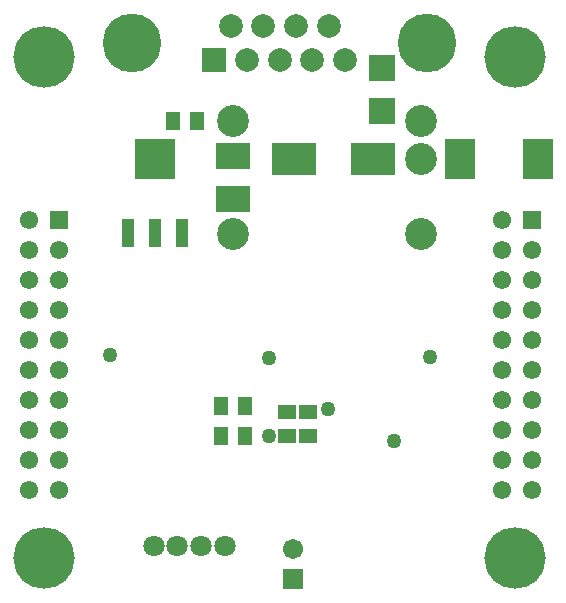
<source format=gbs>
%FSLAX25Y25*%
%MOIN*%
G70*
G01*
G75*
G04 Layer_Color=16711935*
%ADD10R,0.05118X0.03937*%
%ADD11R,0.04724X0.05512*%
%ADD12R,0.04724X0.05512*%
%ADD13R,0.02362X0.06102*%
%ADD14O,0.02362X0.06102*%
%ADD15R,0.03937X0.05118*%
%ADD16R,0.04724X0.05118*%
%ADD17R,0.00984X0.05709*%
%ADD18R,0.05709X0.00984*%
%ADD19O,0.05709X0.00984*%
%ADD20C,0.01000*%
%ADD21C,0.02000*%
%ADD22C,0.05000*%
%ADD23C,0.09843*%
%ADD24R,0.05906X0.05906*%
%ADD25C,0.05906*%
%ADD26C,0.07087*%
%ADD27R,0.07087X0.07087*%
%ADD28C,0.18740*%
%ADD29C,0.06299*%
%ADD30C,0.05315*%
%ADD31R,0.05315X0.05315*%
%ADD32C,0.05000*%
%ADD33C,0.19685*%
%ADD34R,0.10827X0.08071*%
%ADD35R,0.07717X0.08032*%
%ADD36R,0.03543X0.08465*%
%ADD37R,0.03543X0.08465*%
%ADD38R,0.12795X0.12402*%
%ADD39R,0.09449X0.12992*%
%ADD40R,0.13780X0.10236*%
%ADD41C,0.03500*%
%ADD42C,0.00787*%
%ADD43R,0.05918X0.04737*%
%ADD44R,0.05524X0.06312*%
%ADD45R,0.05524X0.06312*%
%ADD46R,0.03162X0.06902*%
%ADD47O,0.03162X0.06902*%
%ADD48R,0.04737X0.05918*%
%ADD49R,0.05524X0.05918*%
%ADD50R,0.01784X0.06509*%
%ADD51R,0.06509X0.01784*%
%ADD52O,0.06509X0.01784*%
%ADD53C,0.10642*%
%ADD54R,0.06706X0.06706*%
%ADD55C,0.06706*%
%ADD56C,0.07887*%
%ADD57R,0.07887X0.07887*%
%ADD58C,0.19540*%
%ADD59C,0.07099*%
%ADD60C,0.06115*%
%ADD61R,0.06115X0.06115*%
%ADD62C,0.20485*%
%ADD63R,0.11627X0.08871*%
%ADD64R,0.08517X0.08832*%
%ADD65R,0.04343X0.09265*%
%ADD66R,0.04343X0.09265*%
%ADD67R,0.13595X0.13202*%
%ADD68R,0.10249X0.13792*%
%ADD69R,0.14579X0.11036*%
D32*
X664000Y470000D02*
D03*
X717500Y470500D02*
D03*
X705500Y442500D02*
D03*
X611000Y471000D02*
D03*
X683500Y453000D02*
D03*
X664000Y444000D02*
D03*
D43*
X677000Y444063D02*
D03*
Y451937D02*
D03*
X670000Y444063D02*
D03*
Y451937D02*
D03*
D48*
X655937Y454000D02*
D03*
X648063D02*
D03*
X639937Y549000D02*
D03*
X632063D02*
D03*
X655937Y444000D02*
D03*
X648063D02*
D03*
D53*
X714500Y511500D02*
D03*
Y536500D02*
D03*
Y549020D02*
D03*
X651980Y549020D02*
D03*
Y511500D02*
D03*
D54*
X672000Y396500D02*
D03*
D55*
Y406500D02*
D03*
D56*
X689311Y569410D02*
D03*
X683858Y580591D02*
D03*
X678406Y569410D02*
D03*
X672953Y580591D02*
D03*
X667500Y569410D02*
D03*
X662047Y580591D02*
D03*
X656595Y569410D02*
D03*
X651142Y580591D02*
D03*
D57*
X645689Y569410D02*
D03*
D58*
X618307Y575000D02*
D03*
X716693D02*
D03*
D59*
X625500Y407500D02*
D03*
X633374D02*
D03*
X641248D02*
D03*
X649122D02*
D03*
D60*
X751500Y466000D02*
D03*
X741500D02*
D03*
X751500Y456000D02*
D03*
X741500D02*
D03*
X751500Y446000D02*
D03*
X741500D02*
D03*
X751500Y436000D02*
D03*
X741500D02*
D03*
X751500Y426000D02*
D03*
X741500D02*
D03*
Y516000D02*
D03*
X751500Y506000D02*
D03*
X741500D02*
D03*
X751500Y496000D02*
D03*
X741500D02*
D03*
X751500Y486000D02*
D03*
X741500D02*
D03*
X751500Y476000D02*
D03*
X741500D02*
D03*
X594000Y466000D02*
D03*
X584000D02*
D03*
X594000Y456000D02*
D03*
X584000D02*
D03*
X594000Y446000D02*
D03*
X584000D02*
D03*
X594000Y436000D02*
D03*
X584000D02*
D03*
X594000Y426000D02*
D03*
X584000D02*
D03*
Y516000D02*
D03*
X594000Y506000D02*
D03*
X584000D02*
D03*
X594000Y496000D02*
D03*
X584000D02*
D03*
X594000Y486000D02*
D03*
X584000D02*
D03*
X594000Y476000D02*
D03*
X584000D02*
D03*
D61*
X751500Y516000D02*
D03*
X594000D02*
D03*
D62*
X746000Y570500D02*
D03*
X589000D02*
D03*
Y403500D02*
D03*
X746000D02*
D03*
D63*
X652000Y522925D02*
D03*
Y537492D02*
D03*
D64*
X701500Y552374D02*
D03*
Y566626D02*
D03*
D65*
X626000Y511583D02*
D03*
X616945D02*
D03*
D66*
X635055D02*
D03*
D67*
X626000Y536386D02*
D03*
D68*
X727508Y536500D02*
D03*
X753492D02*
D03*
D69*
X672311D02*
D03*
X698689D02*
D03*
M02*

</source>
